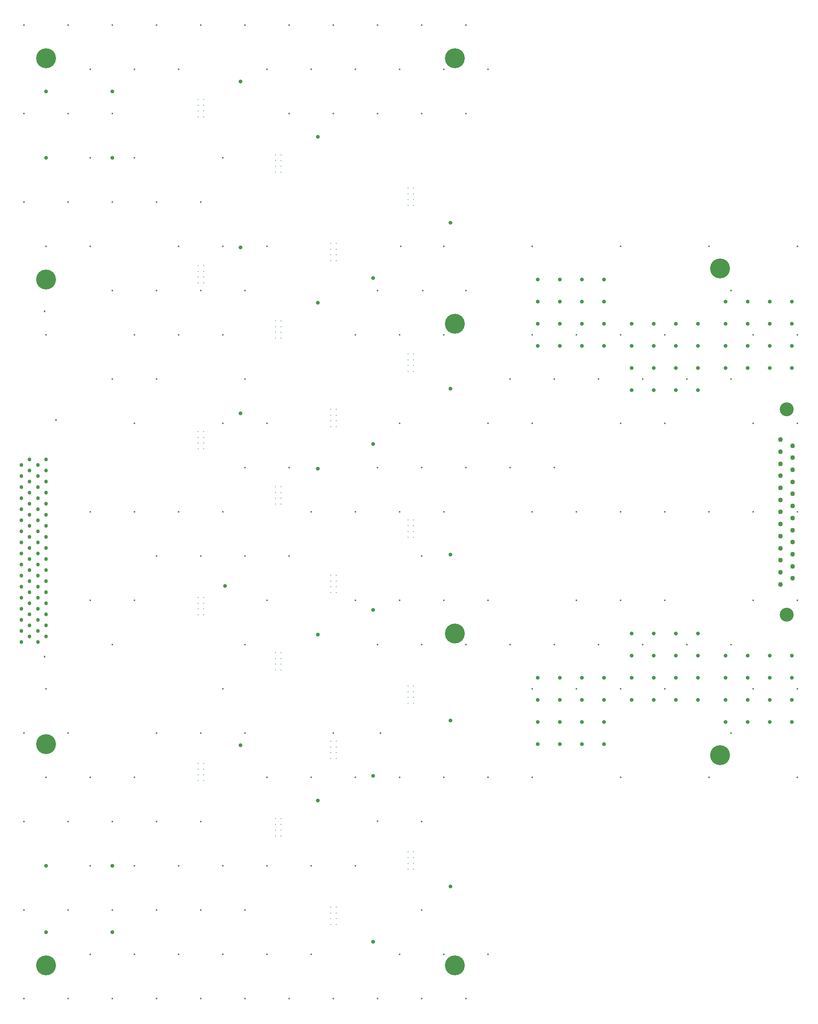
<source format=gbr>
%TF.GenerationSoftware,Altium Limited,Altium Designer,25.0.2 (28)*%
G04 Layer_Color=0*
%FSLAX45Y45*%
%MOMM*%
%TF.SameCoordinates,BFBE90A8-51B7-47FB-822D-EC39B52C7656*%
%TF.FilePolarity,Positive*%
%TF.FileFunction,Plated,1,6,PTH,Drill*%
%TF.Part,Single*%
G01*
G75*
%TA.AperFunction,ComponentDrill*%
%ADD97C,0.86360*%
%ADD98C,0.91440*%
%TA.AperFunction,OtherDrill,Pad Free-Vs+ (35.56mm,71.12mm)*%
%ADD99C,0.91440*%
%TA.AperFunction,OtherDrill,Pad Free-Ve (35.56mm,233.68mm)*%
%ADD100C,0.91440*%
%TA.AperFunction,ComponentDrill*%
%ADD101C,1.09000*%
%ADD102C,3.20000*%
%TA.AperFunction,OtherDrill,Pad Free-Vs+ (35.56mm,248.92mm)*%
%ADD103C,0.91440*%
%TA.AperFunction,OtherDrill,Pad Free-Vg (50.8mm,248.92mm)*%
%ADD104C,0.91440*%
%TA.AperFunction,OtherDrill,Pad Free-Vs- (50.8mm,233.68mm)*%
%ADD105C,0.91440*%
%TA.AperFunction,OtherDrill,Pad Free-Ve (35.56mm,55.88mm)*%
%ADD106C,0.91440*%
%TA.AperFunction,OtherDrill,Pad Free-Vs- (50.8mm,55.88mm)*%
%ADD107C,0.91440*%
%TA.AperFunction,OtherDrill,Pad Free-Vg (50.8mm,71.12mm)*%
%ADD108C,0.91440*%
%TA.AperFunction,OtherDrill,Pad Free-4.5mm (190.5mm,208.28mm)*%
%ADD109C,4.57200*%
%TA.AperFunction,OtherDrill,Pad Free-4.5mm (190.5mm,96.52mm)*%
%ADD110C,4.57200*%
%TA.AperFunction,OtherDrill,Pad Free-4.5mm (129.54mm,195.58mm)*%
%ADD111C,4.57200*%
%TA.AperFunction,OtherDrill,Pad Free-4.5mm (129.54mm,124.46mm)*%
%ADD112C,4.57200*%
%TA.AperFunction,OtherDrill,Pad Free-4.5mm (35.56mm,205.74mm)*%
%ADD113C,4.57200*%
%TA.AperFunction,OtherDrill,Pad Free-4.5mm (35.56mm,99.06mm)*%
%ADD114C,4.57200*%
%TA.AperFunction,OtherDrill,Pad Free-4.5mm (35.56mm,256.54mm)*%
%ADD115C,4.57200*%
%TA.AperFunction,OtherDrill,Pad Free-4.5mm (129.54mm,256.54mm)*%
%ADD116C,4.57200*%
%TA.AperFunction,OtherDrill,Pad Free-4.5mm (129.54mm,48.26mm)*%
%ADD117C,4.57200*%
%TA.AperFunction,OtherDrill,Pad Free-4.5mm (35.56mm,48.26mm)*%
%ADD118C,4.57200*%
%TA.AperFunction,ViaDrill,NotFilled*%
%ADD119C,0.40640*%
%ADD120C,0.45720*%
%ADD121C,0.91440*%
%ADD122C,0.20000*%
D97*
X3365500Y12255500D02*
D03*
Y12509500D02*
D03*
X3556000Y12382500D02*
D03*
X3365500Y12763500D02*
D03*
X3556000Y12636500D02*
D03*
X3365500Y13017500D02*
D03*
X3556000Y12890500D02*
D03*
X3365500Y13271500D02*
D03*
X3556000Y13144501D02*
D03*
X3365500Y13525500D02*
D03*
X3556000Y13398500D02*
D03*
X3365500Y13779500D02*
D03*
X3556000Y13652499D02*
D03*
X3365500Y14033501D02*
D03*
X3556000Y13906500D02*
D03*
X3365500Y14287500D02*
D03*
X3556000Y14160500D02*
D03*
X3365500Y14541499D02*
D03*
X3556000Y14414500D02*
D03*
X3365500Y14795500D02*
D03*
X3556000Y14668500D02*
D03*
X3365500Y15049500D02*
D03*
X3556000Y14922501D02*
D03*
X3365500Y15303500D02*
D03*
X3556000Y15176500D02*
D03*
X3365500Y15557500D02*
D03*
X3556000Y15430499D02*
D03*
X3365500Y15811501D02*
D03*
X3556000Y15684500D02*
D03*
X3365500Y16065500D02*
D03*
X3556000Y15938499D02*
D03*
X3365500Y16319501D02*
D03*
X3556000Y16192500D02*
D03*
Y16446500D02*
D03*
X2984500Y12255500D02*
D03*
Y12509500D02*
D03*
X3175000Y12382500D02*
D03*
X2984500Y12763500D02*
D03*
X3175000Y12636500D02*
D03*
X2984500Y13017500D02*
D03*
X3175000Y12890500D02*
D03*
X2984500Y13271500D02*
D03*
X3175000Y13144501D02*
D03*
X2984500Y13525500D02*
D03*
X3175000Y13398500D02*
D03*
X2984500Y13779500D02*
D03*
X3175000Y13652499D02*
D03*
X2984500Y14033501D02*
D03*
X3175000Y13906500D02*
D03*
X2984500Y14287500D02*
D03*
X3175000Y14160500D02*
D03*
X2984500Y14541499D02*
D03*
X3175000Y14414500D02*
D03*
X2984500Y14795500D02*
D03*
X3175000Y14668500D02*
D03*
X2984500Y15049500D02*
D03*
X3175000Y14922501D02*
D03*
X2984500Y15303500D02*
D03*
X3175000Y15176500D02*
D03*
X2984500Y15557500D02*
D03*
X3175000Y15430499D02*
D03*
X2984500Y15811501D02*
D03*
X3175000Y15684500D02*
D03*
X2984500Y16065500D02*
D03*
X3175000Y15938499D02*
D03*
X2984500Y16319501D02*
D03*
X3175000Y16192500D02*
D03*
Y16446500D02*
D03*
D98*
X16383000Y19050000D02*
D03*
Y19558000D02*
D03*
Y20066000D02*
D03*
Y20574001D02*
D03*
X15875000Y19050000D02*
D03*
Y19558000D02*
D03*
Y20066000D02*
D03*
Y20574001D02*
D03*
X15367000Y19050000D02*
D03*
Y19558000D02*
D03*
Y20066000D02*
D03*
Y20574001D02*
D03*
X14859000Y19050000D02*
D03*
Y19558000D02*
D03*
Y20066000D02*
D03*
Y20574001D02*
D03*
X18542000Y12446000D02*
D03*
Y11938000D02*
D03*
Y11430000D02*
D03*
Y10922000D02*
D03*
X18034000Y12446000D02*
D03*
Y11938000D02*
D03*
Y11430000D02*
D03*
Y10922000D02*
D03*
X17525999Y12446000D02*
D03*
Y11938000D02*
D03*
Y11430000D02*
D03*
Y10922000D02*
D03*
X17017999Y12446000D02*
D03*
Y11938000D02*
D03*
Y11430000D02*
D03*
Y10922000D02*
D03*
X20700999Y11938000D02*
D03*
Y11430000D02*
D03*
Y10922000D02*
D03*
Y10414000D02*
D03*
X20192999Y11938000D02*
D03*
Y11430000D02*
D03*
Y10922000D02*
D03*
Y10414000D02*
D03*
X19685001Y11938000D02*
D03*
Y11430000D02*
D03*
Y10922000D02*
D03*
Y10414000D02*
D03*
X19177000Y11938000D02*
D03*
Y11430000D02*
D03*
Y10922000D02*
D03*
Y10414000D02*
D03*
X20700999Y18542000D02*
D03*
Y19050000D02*
D03*
Y19558000D02*
D03*
Y20066000D02*
D03*
X20192999Y18542000D02*
D03*
Y19050000D02*
D03*
Y19558000D02*
D03*
Y20066000D02*
D03*
X19685001Y18542000D02*
D03*
Y19050000D02*
D03*
Y19558000D02*
D03*
Y20066000D02*
D03*
X19177000Y18542000D02*
D03*
Y19050000D02*
D03*
Y19558000D02*
D03*
Y20066000D02*
D03*
X16383000Y11430000D02*
D03*
Y10922000D02*
D03*
Y10414000D02*
D03*
Y9906000D02*
D03*
X15875000Y11430000D02*
D03*
Y10922000D02*
D03*
Y10414000D02*
D03*
Y9906000D02*
D03*
X15367000Y11430000D02*
D03*
Y10922000D02*
D03*
Y10414000D02*
D03*
Y9906000D02*
D03*
X14859000Y11430000D02*
D03*
Y10922000D02*
D03*
Y10414000D02*
D03*
Y9906000D02*
D03*
X18542000Y18034000D02*
D03*
Y18542000D02*
D03*
Y19050000D02*
D03*
Y19558000D02*
D03*
X18034000Y18034000D02*
D03*
Y18542000D02*
D03*
Y19050000D02*
D03*
Y19558000D02*
D03*
X17525999Y18034000D02*
D03*
Y18542000D02*
D03*
Y19050000D02*
D03*
Y19558000D02*
D03*
X17017999Y18034000D02*
D03*
Y18542000D02*
D03*
Y19050000D02*
D03*
Y19558000D02*
D03*
D99*
X3556000Y7112000D02*
D03*
D100*
Y23367999D02*
D03*
D101*
X20716200Y13716499D02*
D03*
Y13993500D02*
D03*
Y14270500D02*
D03*
Y14547501D02*
D03*
Y14824500D02*
D03*
Y15101500D02*
D03*
Y15378500D02*
D03*
Y15655499D02*
D03*
Y15932500D02*
D03*
Y16209500D02*
D03*
Y16486501D02*
D03*
Y16763499D02*
D03*
X20432201Y13578000D02*
D03*
Y13855000D02*
D03*
Y14132001D02*
D03*
Y14409000D02*
D03*
Y14686000D02*
D03*
Y14963000D02*
D03*
Y16625000D02*
D03*
Y16902000D02*
D03*
Y16071001D02*
D03*
Y16348000D02*
D03*
Y15794000D02*
D03*
Y15517000D02*
D03*
Y15239999D02*
D03*
D102*
X20574200Y17595000D02*
D03*
Y12885001D02*
D03*
D103*
X3556000Y24892000D02*
D03*
D104*
X5080000D02*
D03*
D105*
Y23367999D02*
D03*
D106*
X3556000Y5588000D02*
D03*
D107*
X5080000D02*
D03*
D108*
Y7112000D02*
D03*
D109*
X19050000Y20828000D02*
D03*
D110*
Y9652000D02*
D03*
D111*
X12953999Y19558000D02*
D03*
D112*
Y12446000D02*
D03*
D113*
X3556000Y20574001D02*
D03*
D114*
Y9906000D02*
D03*
D115*
Y25654001D02*
D03*
D116*
X12953999D02*
D03*
D117*
Y4826000D02*
D03*
D118*
X3556000D02*
D03*
D119*
X6096000Y14224001D02*
D03*
X3048000Y10160000D02*
D03*
X9144000Y14224001D02*
D03*
X8636000Y21336000D02*
D03*
X16764000Y11176000D02*
D03*
X5080000Y24384000D02*
D03*
X13716000Y25400000D02*
D03*
X3048000Y6096000D02*
D03*
X19812000Y15239999D02*
D03*
X9144000Y26416000D02*
D03*
X8636000Y25400000D02*
D03*
X15239999Y18288000D02*
D03*
X16764000Y17272000D02*
D03*
X6096000Y22352000D02*
D03*
X10160000Y26416000D02*
D03*
X12192000Y4064000D02*
D03*
X16764000Y13208000D02*
D03*
X6604000Y7112000D02*
D03*
X9652000Y9144000D02*
D03*
X3048000Y22352000D02*
D03*
X15748000Y15239999D02*
D03*
X4064000Y10160000D02*
D03*
X17780000Y17272000D02*
D03*
X7620000Y11176000D02*
D03*
X9652000Y7112000D02*
D03*
X15748000Y11176000D02*
D03*
X14732001D02*
D03*
X12192000Y6096000D02*
D03*
X13716000Y17272000D02*
D03*
X20828000D02*
D03*
X10668000Y9144000D02*
D03*
X15239999Y12192000D02*
D03*
X11709400Y21336000D02*
D03*
X19812000Y19303999D02*
D03*
X4572000Y25400000D02*
D03*
X8128000Y6096000D02*
D03*
X20828000Y21336000D02*
D03*
X4572000D02*
D03*
X12192000Y12192000D02*
D03*
X4572000Y23367999D02*
D03*
X11684000Y5080000D02*
D03*
X7620000Y21336000D02*
D03*
X11176000Y8140700D02*
D03*
X5588000Y25400000D02*
D03*
X15239999Y16256000D02*
D03*
X12700000Y21336000D02*
D03*
X8636000Y9144000D02*
D03*
X5080000Y8128000D02*
D03*
X11684000Y9144000D02*
D03*
X4064000Y22352000D02*
D03*
X5588000Y19303999D02*
D03*
X5080000Y4064000D02*
D03*
X11176000Y16256000D02*
D03*
X17780000Y11176000D02*
D03*
X10668000Y19303999D02*
D03*
X7112000Y26416000D02*
D03*
X6096000Y10160000D02*
D03*
X12217400Y20320000D02*
D03*
X14732001Y21336000D02*
D03*
X7620000Y5080000D02*
D03*
X8636000Y7112000D02*
D03*
X5588000Y15239999D02*
D03*
X12192000Y26416000D02*
D03*
X11176000D02*
D03*
X4064000Y24384000D02*
D03*
X7620000Y17272000D02*
D03*
X8128000Y26416000D02*
D03*
X15748000Y13208000D02*
D03*
X20828000Y11176000D02*
D03*
X14224001Y16256000D02*
D03*
X5588000Y13208000D02*
D03*
X7112000Y14224001D02*
D03*
X9652000Y15239999D02*
D03*
X11684000D02*
D03*
X6604000D02*
D03*
X15748000Y19303999D02*
D03*
X5588000Y7112000D02*
D03*
X8128000Y10160000D02*
D03*
X12700000Y5080000D02*
D03*
X7620000Y15239999D02*
D03*
X16256000Y18288000D02*
D03*
X8636000Y17272000D02*
D03*
X5080000Y22352000D02*
D03*
X4064000Y8128000D02*
D03*
X13716000Y13208000D02*
D03*
X5588000Y23367999D02*
D03*
X3048000Y8128000D02*
D03*
X8128000Y4064000D02*
D03*
X14732001Y17272000D02*
D03*
X10668000Y15239999D02*
D03*
X9652000Y5080000D02*
D03*
X7112000Y8128000D02*
D03*
X14732001Y19303999D02*
D03*
X13208000Y4064000D02*
D03*
X17780000Y19303999D02*
D03*
X11176000Y20320000D02*
D03*
X8128000Y14224001D02*
D03*
X10668000Y13208000D02*
D03*
X3556000Y21336000D02*
D03*
X17780000Y15239999D02*
D03*
X13716000Y9144000D02*
D03*
X7112000Y22352000D02*
D03*
X8128000Y18288000D02*
D03*
X14732001Y15239999D02*
D03*
X18288000Y12192000D02*
D03*
X8636000Y5080000D02*
D03*
X14224001Y18288000D02*
D03*
X12192000Y24384000D02*
D03*
X13208000D02*
D03*
X4572000Y5080000D02*
D03*
X6096000Y20320000D02*
D03*
X10668000Y25400000D02*
D03*
X6604000Y19303999D02*
D03*
X5080000Y20320000D02*
D03*
X8128000Y16256000D02*
D03*
X17272000Y12192000D02*
D03*
X4064000Y6096000D02*
D03*
X13208000Y20320000D02*
D03*
X19812000Y11176000D02*
D03*
X11176000Y24384000D02*
D03*
X16764000Y19303999D02*
D03*
X7620000Y7112000D02*
D03*
X12192000Y8128000D02*
D03*
X7112000Y10160000D02*
D03*
X3556000Y11176000D02*
D03*
X19303999Y20320000D02*
D03*
X5588000Y5080000D02*
D03*
X11239500Y10160000D02*
D03*
X8636000Y13208000D02*
D03*
X6096000Y6096000D02*
D03*
X20828000Y19303999D02*
D03*
X19303999Y18288000D02*
D03*
X13208000Y12192000D02*
D03*
X16764000Y9144000D02*
D03*
X12700000D02*
D03*
X18288000Y18288000D02*
D03*
X7112000Y20320000D02*
D03*
X19812000Y13208000D02*
D03*
X5588000Y17272000D02*
D03*
X5080000Y12192000D02*
D03*
X16764000Y15239999D02*
D03*
X3048000Y24384000D02*
D03*
X7620000Y19303999D02*
D03*
X4572000Y13208000D02*
D03*
X11684000D02*
D03*
X10160000Y4064000D02*
D03*
Y24384000D02*
D03*
X13716000Y5080000D02*
D03*
X11684000Y25400000D02*
D03*
X5080000Y6096000D02*
D03*
X19303999Y10160000D02*
D03*
Y12192000D02*
D03*
X7112000Y4064000D02*
D03*
X3556000Y9144000D02*
D03*
X6096000Y8128000D02*
D03*
X7112000Y6096000D02*
D03*
X17780000Y13208000D02*
D03*
X4572000Y9144000D02*
D03*
X8128000Y20320000D02*
D03*
X12192000Y14224001D02*
D03*
X4064000Y4064000D02*
D03*
X13208000Y26416000D02*
D03*
X12700000Y19303999D02*
D03*
X7620000Y23367999D02*
D03*
X9144000Y4064000D02*
D03*
X12700000Y25400000D02*
D03*
X18796001Y21336000D02*
D03*
X5080000Y26416000D02*
D03*
X14224001Y12192000D02*
D03*
X19812000Y17272000D02*
D03*
X4064000Y26416000D02*
D03*
X20828000Y15239999D02*
D03*
X5588000Y9144000D02*
D03*
X11176000Y4064000D02*
D03*
X8128000Y12192000D02*
D03*
X20828000Y9144000D02*
D03*
Y13208000D02*
D03*
X3048000Y26416000D02*
D03*
X3556000Y19303999D02*
D03*
X6604000Y25400000D02*
D03*
X12700000Y15239999D02*
D03*
X13208000Y16256000D02*
D03*
X12700000Y13208000D02*
D03*
X6096000Y26416000D02*
D03*
Y18288000D02*
D03*
X9144000Y16256000D02*
D03*
X10160000Y10160000D02*
D03*
X14732001Y9144000D02*
D03*
X16256000Y12192000D02*
D03*
X9652000Y25400000D02*
D03*
X11176000Y12192000D02*
D03*
X10668000Y7112000D02*
D03*
X6096000Y4064000D02*
D03*
X18796001Y15239999D02*
D03*
X17272000Y18288000D02*
D03*
X3048000Y4064000D02*
D03*
X4572000Y7112000D02*
D03*
X9144000Y24384000D02*
D03*
X12192000Y16256000D02*
D03*
X16764000Y21336000D02*
D03*
X11684000Y17272000D02*
D03*
X6604000Y21336000D02*
D03*
X11684000Y19303999D02*
D03*
X6604000Y5080000D02*
D03*
X4572000Y15239999D02*
D03*
X5080000Y18288000D02*
D03*
X18796001Y9144000D02*
D03*
D120*
X3517900Y19850101D02*
D03*
Y11912600D02*
D03*
X3784600Y17348199D02*
D03*
D121*
X7670800Y13538200D02*
D03*
X8026400Y25120599D02*
D03*
X9804400Y23850600D02*
D03*
X8026400Y21310600D02*
D03*
X9804400Y20040601D02*
D03*
X8026400Y17500600D02*
D03*
X9804400Y16230600D02*
D03*
Y12420600D02*
D03*
X8026400Y9880600D02*
D03*
X9804400Y8610600D02*
D03*
X11074400Y5372100D02*
D03*
X12852400Y6642100D02*
D03*
X11074400Y9182100D02*
D03*
X12852400Y10452100D02*
D03*
Y21882100D02*
D03*
X11074400Y20612100D02*
D03*
X12852400Y18072099D02*
D03*
X11074400Y16802100D02*
D03*
X12852400Y14262100D02*
D03*
X11074400Y12992101D02*
D03*
D122*
X12003000Y7044000D02*
D03*
X11873000D02*
D03*
X12003000Y7434000D02*
D03*
X11873000D02*
D03*
X12003000Y7304000D02*
D03*
X11873000D02*
D03*
X12003000Y7174000D02*
D03*
X11873000D02*
D03*
X12003000Y10854000D02*
D03*
X11873000D02*
D03*
X12003000Y11244000D02*
D03*
X11873000D02*
D03*
X12003000Y11114000D02*
D03*
X11873000D02*
D03*
X12003000Y10984000D02*
D03*
X11873000D02*
D03*
X12003000Y22284000D02*
D03*
X11873000D02*
D03*
X12003000Y22674001D02*
D03*
X11873000D02*
D03*
X12003000Y22544000D02*
D03*
X11873000D02*
D03*
X12003000Y22414000D02*
D03*
X11873000D02*
D03*
X12003000Y18474001D02*
D03*
X11873000D02*
D03*
X12003000Y18864000D02*
D03*
X11873000D02*
D03*
X12003000Y18734000D02*
D03*
X11873000D02*
D03*
X12003000Y18603999D02*
D03*
X11873000D02*
D03*
X12003000Y14664000D02*
D03*
X11873000D02*
D03*
X12003000Y15053999D02*
D03*
X11873000D02*
D03*
X12003000Y14924001D02*
D03*
X11873000D02*
D03*
X12003000Y14794000D02*
D03*
X11873000D02*
D03*
X8955000Y8196000D02*
D03*
X8825000D02*
D03*
X8955000Y7806000D02*
D03*
X8825000D02*
D03*
X8955000Y7936000D02*
D03*
X8825000D02*
D03*
X8955000Y8066000D02*
D03*
X8825000D02*
D03*
X8955000Y23436000D02*
D03*
X8825000D02*
D03*
X8955000Y23046001D02*
D03*
X8825000D02*
D03*
X8955000Y23175999D02*
D03*
X8825000D02*
D03*
X8955000Y23306000D02*
D03*
X8825000D02*
D03*
X8955000Y19625999D02*
D03*
X8825000D02*
D03*
X8955000Y19236000D02*
D03*
X8825000D02*
D03*
X8955000Y19366000D02*
D03*
X8825000D02*
D03*
X8955000Y19496001D02*
D03*
X8825000D02*
D03*
X8955000Y12006000D02*
D03*
X8825000D02*
D03*
X8955000Y11616000D02*
D03*
X8825000D02*
D03*
X8955000Y11746000D02*
D03*
X8825000D02*
D03*
X8955000Y11876000D02*
D03*
X8825000D02*
D03*
X8955000Y15816000D02*
D03*
X8825000D02*
D03*
X8955000Y15425999D02*
D03*
X8825000D02*
D03*
X8955000Y15556000D02*
D03*
X8825000D02*
D03*
X8955000Y15686000D02*
D03*
X8825000D02*
D03*
X10225000Y5774000D02*
D03*
X10095000D02*
D03*
X10225000Y6164000D02*
D03*
X10095000D02*
D03*
X10225000Y6034000D02*
D03*
X10095000D02*
D03*
X10225000Y5904000D02*
D03*
X10095000D02*
D03*
X10225000Y9584000D02*
D03*
X10095000D02*
D03*
X10225000Y9974000D02*
D03*
X10095000D02*
D03*
X10225000Y9844000D02*
D03*
X10095000D02*
D03*
X10225000Y9714000D02*
D03*
X10095000D02*
D03*
X10225000Y21014000D02*
D03*
X10095000D02*
D03*
X10225000Y21403999D02*
D03*
X10095000D02*
D03*
X10225000Y21274001D02*
D03*
X10095000D02*
D03*
X10225000Y21144000D02*
D03*
X10095000D02*
D03*
X10225000Y17203999D02*
D03*
X10095000D02*
D03*
X10225000Y17594000D02*
D03*
X10095000D02*
D03*
X10225000Y17464000D02*
D03*
X10095000D02*
D03*
X10225000Y17334000D02*
D03*
X10095000D02*
D03*
X10225000Y13394000D02*
D03*
X10095000D02*
D03*
X10225000Y13784000D02*
D03*
X10095000D02*
D03*
X10225000Y13653999D02*
D03*
X10095000D02*
D03*
X10225000Y13524001D02*
D03*
X10095000D02*
D03*
X7177000Y24706000D02*
D03*
X7047000D02*
D03*
X7177000Y24316000D02*
D03*
X7047000D02*
D03*
X7177000Y24446001D02*
D03*
X7047000D02*
D03*
X7177000Y24575999D02*
D03*
X7047000D02*
D03*
X7177000Y20896001D02*
D03*
X7047000D02*
D03*
X7177000Y20506000D02*
D03*
X7047000D02*
D03*
X7177000Y20636000D02*
D03*
X7047000D02*
D03*
X7177000Y20766000D02*
D03*
X7047000D02*
D03*
X7177000Y9466000D02*
D03*
X7047000D02*
D03*
X7177000Y9076000D02*
D03*
X7047000D02*
D03*
X7177000Y9206000D02*
D03*
X7047000D02*
D03*
X7177000Y9336000D02*
D03*
X7047000D02*
D03*
X7177000Y13275999D02*
D03*
X7047000D02*
D03*
X7177000Y12886000D02*
D03*
X7047000D02*
D03*
X7177000Y13016000D02*
D03*
X7047000D02*
D03*
X7177000Y13146001D02*
D03*
X7047000D02*
D03*
X7177000Y17086000D02*
D03*
X7047000D02*
D03*
X7177000Y16696001D02*
D03*
X7047000D02*
D03*
X7177000Y16825999D02*
D03*
X7047000D02*
D03*
X7177000Y16956000D02*
D03*
X7047000D02*
D03*
%TF.MD5,71646a2b26c28583c989502ce3661376*%
M02*

</source>
